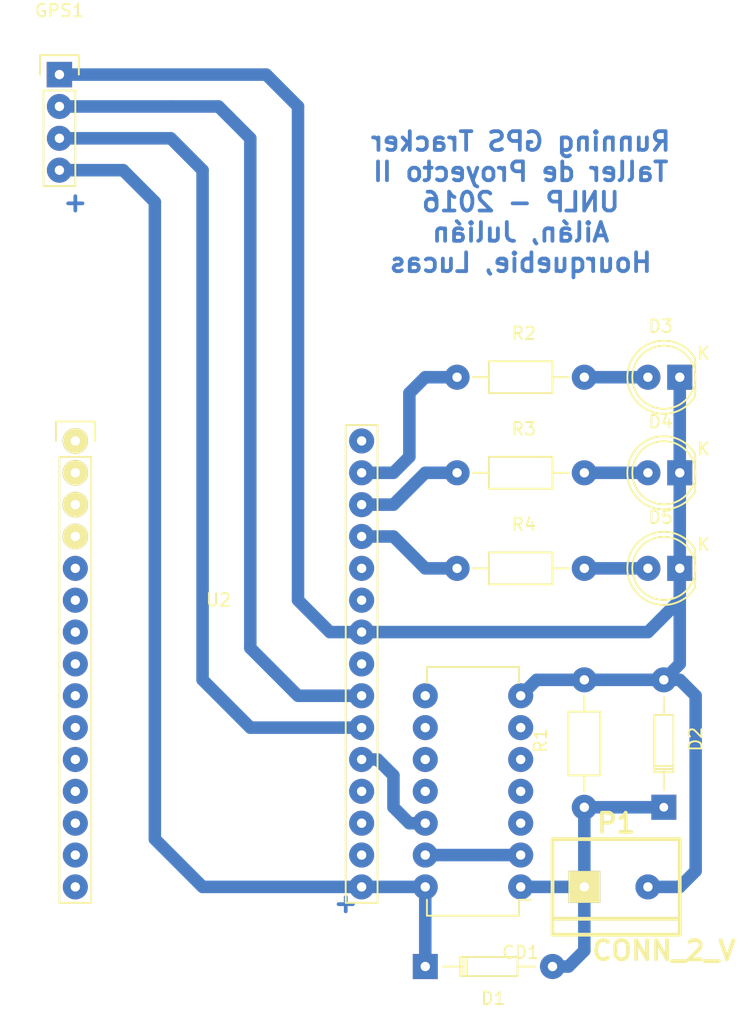
<source format=kicad_pcb>
(kicad_pcb (version 4) (host pcbnew 4.0.4+e1-6308~48~ubuntu16.04.1-stable)

  (general
    (links 25)
    (no_connects 0)
    (area 123.450952 62.505 182.426857 144.75)
    (thickness 1.6)
    (drawings 3)
    (tracks 72)
    (zones 0)
    (modules 13)
    (nets 44)
  )

  (page A4)
  (title_block
    (title "Sistema de seguimiento GPS")
    (date 2016-12-06)
    (rev 1.0)
    (company "Autores: Ailán, Julián - Hourquebie, Lucas")
    (comment 1 "Circuito impreso desarrollado para la cátedra de Taller de Proyecto II, UNLP.")
  )

  (layers
    (0 F.Cu signal)
    (31 B.Cu signal)
    (32 B.Adhes user)
    (33 F.Adhes user)
    (34 B.Paste user)
    (35 F.Paste user)
    (36 B.SilkS user)
    (37 F.SilkS user)
    (38 B.Mask user)
    (39 F.Mask user)
    (40 Dwgs.User user)
    (41 Cmts.User user)
    (42 Eco1.User user)
    (43 Eco2.User user)
    (44 Edge.Cuts user)
    (45 Margin user)
    (46 B.CrtYd user)
    (47 F.CrtYd user)
    (48 B.Fab user)
    (49 F.Fab user)
  )

  (setup
    (last_trace_width 1)
    (trace_clearance 0.2)
    (zone_clearance 0.508)
    (zone_45_only no)
    (trace_min 0.2)
    (segment_width 0.2)
    (edge_width 0.1)
    (via_size 0.6)
    (via_drill 0.4)
    (via_min_size 0.4)
    (via_min_drill 0.3)
    (uvia_size 0.3)
    (uvia_drill 0.1)
    (uvias_allowed no)
    (uvia_min_size 0.2)
    (uvia_min_drill 0.1)
    (pcb_text_width 0.3)
    (pcb_text_size 1.5 1.5)
    (mod_edge_width 0.15)
    (mod_text_size 1 1)
    (mod_text_width 0.15)
    (pad_size 2 2)
    (pad_drill 0.75)
    (pad_to_mask_clearance 0)
    (aux_axis_origin 0 0)
    (visible_elements FFFFFF7F)
    (pcbplotparams
      (layerselection 0x00000_80000001)
      (usegerberextensions false)
      (excludeedgelayer true)
      (linewidth 0.100000)
      (plotframeref false)
      (viasonmask false)
      (mode 1)
      (useauxorigin false)
      (hpglpennumber 1)
      (hpglpenspeed 20)
      (hpglpendiameter 15)
      (hpglpenoverlay 2)
      (psnegative false)
      (psa4output false)
      (plotreference true)
      (plotvalue true)
      (plotinvisibletext false)
      (padsonsilk false)
      (subtractmaskfromsilk false)
      (outputformat 4)
      (mirror false)
      (drillshape 1)
      (scaleselection 1)
      (outputdirectory ../../../plots/))
  )

  (net 0 "")
  (net 1 "Net-(CD1-Pad1)")
  (net 2 "Net-(CD1-Pad13)")
  (net 3 "Net-(CD1-Pad3)")
  (net 4 "Net-(CD1-Pad4)")
  (net 5 "Net-(CD1-Pad5)")
  (net 6 "Net-(CD1-Pad6)")
  (net 7 GND)
  (net 8 "Net-(CD1-Pad8)")
  (net 9 "Net-(CD1-Pad9)")
  (net 10 "Net-(CD1-Pad10)")
  (net 11 "Net-(CD1-Pad11)")
  (net 12 "Net-(CD1-Pad12)")
  (net 13 +3V3)
  (net 14 "Net-(D3-Pad2)")
  (net 15 "Net-(D4-Pad2)")
  (net 16 "Net-(D5-Pad2)")
  (net 17 "Net-(GPS1-Pad2)")
  (net 18 "Net-(GPS1-Pad3)")
  (net 19 "Net-(R2-Pad1)")
  (net 20 "Net-(R3-Pad1)")
  (net 21 "Net-(R4-Pad1)")
  (net 22 "Net-(U2-Pad1)")
  (net 23 "Net-(U2-Pad2)")
  (net 24 "Net-(U2-Pad3)")
  (net 25 "Net-(U2-Pad4)")
  (net 26 "Net-(U2-Pad5)")
  (net 27 "Net-(U2-Pad6)")
  (net 28 "Net-(U2-Pad7)")
  (net 29 "Net-(U2-Pad8)")
  (net 30 "Net-(U2-Pad9)")
  (net 31 "Net-(U2-Pad10)")
  (net 32 "Net-(U2-Pad11)")
  (net 33 "Net-(U2-Pad12)")
  (net 34 "Net-(U2-Pad13)")
  (net 35 "Net-(U2-Pad14)")
  (net 36 "Net-(U2-Pad15)")
  (net 37 "Net-(U2-Pad30)")
  (net 38 "Net-(U2-Pad18)")
  (net 39 "Net-(U2-Pad17)")
  (net 40 "Net-(U2-Pad19)")
  (net 41 "Net-(U2-Pad25)")
  (net 42 "Net-(U2-Pad26)")
  (net 43 "Net-(U2-Pad23)")

  (net_class Default "This is the default net class."
    (clearance 0.2)
    (trace_width 1)
    (via_dia 0.6)
    (via_drill 0.4)
    (uvia_dia 0.3)
    (uvia_drill 0.1)
    (add_net +3V3)
    (add_net GND)
    (add_net "Net-(CD1-Pad1)")
    (add_net "Net-(CD1-Pad10)")
    (add_net "Net-(CD1-Pad11)")
    (add_net "Net-(CD1-Pad12)")
    (add_net "Net-(CD1-Pad13)")
    (add_net "Net-(CD1-Pad3)")
    (add_net "Net-(CD1-Pad4)")
    (add_net "Net-(CD1-Pad5)")
    (add_net "Net-(CD1-Pad6)")
    (add_net "Net-(CD1-Pad8)")
    (add_net "Net-(CD1-Pad9)")
    (add_net "Net-(D3-Pad2)")
    (add_net "Net-(D4-Pad2)")
    (add_net "Net-(D5-Pad2)")
    (add_net "Net-(GPS1-Pad2)")
    (add_net "Net-(GPS1-Pad3)")
    (add_net "Net-(R2-Pad1)")
    (add_net "Net-(R3-Pad1)")
    (add_net "Net-(R4-Pad1)")
    (add_net "Net-(U2-Pad1)")
    (add_net "Net-(U2-Pad10)")
    (add_net "Net-(U2-Pad11)")
    (add_net "Net-(U2-Pad12)")
    (add_net "Net-(U2-Pad13)")
    (add_net "Net-(U2-Pad14)")
    (add_net "Net-(U2-Pad15)")
    (add_net "Net-(U2-Pad17)")
    (add_net "Net-(U2-Pad18)")
    (add_net "Net-(U2-Pad19)")
    (add_net "Net-(U2-Pad2)")
    (add_net "Net-(U2-Pad23)")
    (add_net "Net-(U2-Pad25)")
    (add_net "Net-(U2-Pad26)")
    (add_net "Net-(U2-Pad3)")
    (add_net "Net-(U2-Pad30)")
    (add_net "Net-(U2-Pad4)")
    (add_net "Net-(U2-Pad5)")
    (add_net "Net-(U2-Pad6)")
    (add_net "Net-(U2-Pad7)")
    (add_net "Net-(U2-Pad8)")
    (add_net "Net-(U2-Pad9)")
  )

  (module Housings_DIP:DIP-14_W7.62mm (layer F.Cu) (tedit 584320C9) (tstamp 58431173)
    (at 165.1 133.35 180)
    (descr "14-lead dip package, row spacing 7.62 mm (300 mils)")
    (tags "dil dip 2.54 300")
    (path /584391CF)
    (fp_text reference CD1 (at 0 -5.22 180) (layer F.SilkS)
      (effects (font (size 1 1) (thickness 0.15)))
    )
    (fp_text value CD40106 (at 0 -3.72 180) (layer F.Fab)
      (effects (font (size 1 1) (thickness 0.15)))
    )
    (fp_line (start -1.05 -2.45) (end -1.05 17.7) (layer F.CrtYd) (width 0.05))
    (fp_line (start 8.65 -2.45) (end 8.65 17.7) (layer F.CrtYd) (width 0.05))
    (fp_line (start -1.05 -2.45) (end 8.65 -2.45) (layer F.CrtYd) (width 0.05))
    (fp_line (start -1.05 17.7) (end 8.65 17.7) (layer F.CrtYd) (width 0.05))
    (fp_line (start 0.135 -2.295) (end 0.135 -1.025) (layer F.SilkS) (width 0.15))
    (fp_line (start 7.485 -2.295) (end 7.485 -1.025) (layer F.SilkS) (width 0.15))
    (fp_line (start 7.485 17.535) (end 7.485 16.265) (layer F.SilkS) (width 0.15))
    (fp_line (start 0.135 17.535) (end 0.135 16.265) (layer F.SilkS) (width 0.15))
    (fp_line (start 0.135 -2.295) (end 7.485 -2.295) (layer F.SilkS) (width 0.15))
    (fp_line (start 0.135 17.535) (end 7.485 17.535) (layer F.SilkS) (width 0.15))
    (fp_line (start 0.135 -1.025) (end -0.8 -1.025) (layer F.SilkS) (width 0.15))
    (pad 1 thru_hole circle (at 0 0 180) (size 2 2) (drill 0.75) (layers *.Cu *.Mask)
      (net 1 "Net-(CD1-Pad1)"))
    (pad 2 thru_hole circle (at 0 2.54 180) (size 2 2) (drill 0.75) (layers *.Cu *.Mask)
      (net 2 "Net-(CD1-Pad13)"))
    (pad 3 thru_hole circle (at 0 5.08 180) (size 2 2) (drill 0.75) (layers *.Cu *.Mask)
      (net 3 "Net-(CD1-Pad3)"))
    (pad 4 thru_hole circle (at 0 7.62 180) (size 2 2) (drill 0.75) (layers *.Cu *.Mask)
      (net 4 "Net-(CD1-Pad4)"))
    (pad 5 thru_hole circle (at 0 10.16 180) (size 2 2) (drill 0.75) (layers *.Cu *.Mask)
      (net 5 "Net-(CD1-Pad5)"))
    (pad 6 thru_hole circle (at 0 12.7 180) (size 2 2) (drill 0.75) (layers *.Cu *.Mask)
      (net 6 "Net-(CD1-Pad6)"))
    (pad 7 thru_hole circle (at 0 15.24 180) (size 2 2) (drill 0.75) (layers *.Cu *.Mask)
      (net 7 GND))
    (pad 8 thru_hole circle (at 7.62 15.24 180) (size 2 2) (drill 0.75) (layers *.Cu *.Mask)
      (net 8 "Net-(CD1-Pad8)"))
    (pad 9 thru_hole circle (at 7.62 12.7 180) (size 2 2) (drill 0.75) (layers *.Cu *.Mask)
      (net 9 "Net-(CD1-Pad9)"))
    (pad 10 thru_hole circle (at 7.62 10.16 180) (size 2 2) (drill 0.75) (layers *.Cu *.Mask)
      (net 10 "Net-(CD1-Pad10)"))
    (pad 11 thru_hole circle (at 7.62 7.62 180) (size 2 2) (drill 0.75) (layers *.Cu *.Mask)
      (net 11 "Net-(CD1-Pad11)"))
    (pad 12 thru_hole circle (at 7.62 5.08 180) (size 2 2) (drill 0.75) (layers *.Cu *.Mask)
      (net 12 "Net-(CD1-Pad12)"))
    (pad 13 thru_hole circle (at 7.62 2.54 180) (size 2 2) (drill 0.75) (layers *.Cu *.Mask)
      (net 2 "Net-(CD1-Pad13)"))
    (pad 14 thru_hole circle (at 7.62 0 180) (size 2 2) (drill 0.75) (layers *.Cu *.Mask)
      (net 13 +3V3))
    (model Housings_DIP.3dshapes/DIP-14_W7.62mm.wrl
      (at (xyz 0 0 0))
      (scale (xyz 1 1 1))
      (rotate (xyz 0 0 0))
    )
  )

  (module Diodes_ThroughHole:Diode_DO-35_SOD27_Horizontal_RM10 (layer F.Cu) (tedit 584320E4) (tstamp 58431179)
    (at 157.48 139.7)
    (descr "Diode, DO-35,  SOD27, Horizontal, RM 10mm")
    (tags "Diode, DO-35, SOD27, Horizontal, RM 10mm, 1N4148,")
    (path /582B508C)
    (fp_text reference D1 (at 5.43052 2.53746) (layer F.SilkS)
      (effects (font (size 1 1) (thickness 0.15)))
    )
    (fp_text value D (at 4.41452 -3.55854) (layer F.Fab)
      (effects (font (size 1 1) (thickness 0.15)))
    )
    (fp_line (start 7.36652 -0.00254) (end 8.76352 -0.00254) (layer F.SilkS) (width 0.15))
    (fp_line (start 2.92152 -0.00254) (end 1.39752 -0.00254) (layer F.SilkS) (width 0.15))
    (fp_line (start 3.30252 -0.76454) (end 3.30252 0.75946) (layer F.SilkS) (width 0.15))
    (fp_line (start 3.04852 -0.76454) (end 3.04852 0.75946) (layer F.SilkS) (width 0.15))
    (fp_line (start 2.79452 -0.00254) (end 2.79452 0.75946) (layer F.SilkS) (width 0.15))
    (fp_line (start 2.79452 0.75946) (end 7.36652 0.75946) (layer F.SilkS) (width 0.15))
    (fp_line (start 7.36652 0.75946) (end 7.36652 -0.76454) (layer F.SilkS) (width 0.15))
    (fp_line (start 7.36652 -0.76454) (end 2.79452 -0.76454) (layer F.SilkS) (width 0.15))
    (fp_line (start 2.79452 -0.76454) (end 2.79452 -0.00254) (layer F.SilkS) (width 0.15))
    (pad 2 thru_hole circle (at 10.16052 -0.00254) (size 2 2) (drill 0.75) (layers *.Cu *.Mask)
      (net 1 "Net-(CD1-Pad1)"))
    (pad 1 thru_hole rect (at 0.00052 -0.00254 180) (size 2 2) (drill 0.75) (layers *.Cu *.Mask)
      (net 13 +3V3))
    (model Diodes_ThroughHole.3dshapes/Diode_DO-35_SOD27_Horizontal_RM10.wrl
      (at (xyz 0.2 0 0))
      (scale (xyz 0.4 0.4 0.4))
      (rotate (xyz 0 0 180))
    )
  )

  (module Diodes_ThroughHole:Diode_DO-35_SOD27_Horizontal_RM10 (layer F.Cu) (tedit 58432134) (tstamp 5843117F)
    (at 176.53 127 90)
    (descr "Diode, DO-35,  SOD27, Horizontal, RM 10mm")
    (tags "Diode, DO-35, SOD27, Horizontal, RM 10mm, 1N4148,")
    (path /582B5019)
    (fp_text reference D2 (at 5.43052 2.53746 90) (layer F.SilkS)
      (effects (font (size 1 1) (thickness 0.15)))
    )
    (fp_text value D (at 4.41452 -3.55854 90) (layer F.Fab)
      (effects (font (size 1 1) (thickness 0.15)))
    )
    (fp_line (start 7.36652 -0.00254) (end 8.76352 -0.00254) (layer F.SilkS) (width 0.15))
    (fp_line (start 2.92152 -0.00254) (end 1.39752 -0.00254) (layer F.SilkS) (width 0.15))
    (fp_line (start 3.30252 -0.76454) (end 3.30252 0.75946) (layer F.SilkS) (width 0.15))
    (fp_line (start 3.04852 -0.76454) (end 3.04852 0.75946) (layer F.SilkS) (width 0.15))
    (fp_line (start 2.79452 -0.00254) (end 2.79452 0.75946) (layer F.SilkS) (width 0.15))
    (fp_line (start 2.79452 0.75946) (end 7.36652 0.75946) (layer F.SilkS) (width 0.15))
    (fp_line (start 7.36652 0.75946) (end 7.36652 -0.76454) (layer F.SilkS) (width 0.15))
    (fp_line (start 7.36652 -0.76454) (end 2.79452 -0.76454) (layer F.SilkS) (width 0.15))
    (fp_line (start 2.79452 -0.76454) (end 2.79452 -0.00254) (layer F.SilkS) (width 0.15))
    (pad 2 thru_hole circle (at 10.16052 -0.00254 90) (size 2 2) (drill 0.75) (layers *.Cu *.Mask)
      (net 7 GND))
    (pad 1 thru_hole rect (at 0.00052 -0.00254 270) (size 2 2) (drill 0.70104) (layers *.Cu *.Mask)
      (net 1 "Net-(CD1-Pad1)"))
    (model Diodes_ThroughHole.3dshapes/Diode_DO-35_SOD27_Horizontal_RM10.wrl
      (at (xyz 0.2 0 0))
      (scale (xyz 0.4 0.4 0.4))
      (rotate (xyz 0 0 180))
    )
  )

  (module LEDs:LED-5MM (layer F.Cu) (tedit 58432021) (tstamp 58431185)
    (at 177.8 92.71 180)
    (descr "LED 5mm round vertical")
    (tags "LED 5mm round vertical")
    (path /5842FDFC)
    (fp_text reference D3 (at 1.524 4.064 180) (layer F.SilkS)
      (effects (font (size 1 1) (thickness 0.15)))
    )
    (fp_text value LED (at 1.524 -3.937 180) (layer F.Fab)
      (effects (font (size 1 1) (thickness 0.15)))
    )
    (fp_line (start -1.5 -1.55) (end -1.5 1.55) (layer F.CrtYd) (width 0.05))
    (fp_arc (start 1.3 0) (end -1.5 1.55) (angle -302) (layer F.CrtYd) (width 0.05))
    (fp_arc (start 1.27 0) (end -1.23 -1.5) (angle 297.5) (layer F.SilkS) (width 0.15))
    (fp_line (start -1.23 1.5) (end -1.23 -1.5) (layer F.SilkS) (width 0.15))
    (fp_circle (center 1.27 0) (end 0.97 -2.5) (layer F.SilkS) (width 0.15))
    (fp_text user K (at -1.905 1.905 180) (layer F.SilkS)
      (effects (font (size 1 1) (thickness 0.15)))
    )
    (pad 1 thru_hole rect (at 0 0 270) (size 2 2) (drill 0.75) (layers *.Cu *.Mask)
      (net 7 GND))
    (pad 2 thru_hole circle (at 2.54 0 180) (size 2 2) (drill 0.75) (layers *.Cu *.Mask)
      (net 14 "Net-(D3-Pad2)"))
    (model LEDs.3dshapes/LED-5MM.wrl
      (at (xyz 0.05 0 0))
      (scale (xyz 1 1 1))
      (rotate (xyz 0 0 90))
    )
  )

  (module LEDs:LED-5MM (layer F.Cu) (tedit 58432039) (tstamp 5843118B)
    (at 177.8 100.33 180)
    (descr "LED 5mm round vertical")
    (tags "LED 5mm round vertical")
    (path /5842FD99)
    (fp_text reference D4 (at 1.524 4.064 180) (layer F.SilkS)
      (effects (font (size 1 1) (thickness 0.15)))
    )
    (fp_text value LED (at 1.524 -3.937 180) (layer F.Fab)
      (effects (font (size 1 1) (thickness 0.15)))
    )
    (fp_line (start -1.5 -1.55) (end -1.5 1.55) (layer F.CrtYd) (width 0.05))
    (fp_arc (start 1.3 0) (end -1.5 1.55) (angle -302) (layer F.CrtYd) (width 0.05))
    (fp_arc (start 1.27 0) (end -1.23 -1.5) (angle 297.5) (layer F.SilkS) (width 0.15))
    (fp_line (start -1.23 1.5) (end -1.23 -1.5) (layer F.SilkS) (width 0.15))
    (fp_circle (center 1.27 0) (end 0.97 -2.5) (layer F.SilkS) (width 0.15))
    (fp_text user K (at -1.905 1.905 180) (layer F.SilkS)
      (effects (font (size 1 1) (thickness 0.15)))
    )
    (pad 1 thru_hole rect (at 0 0 270) (size 2 2) (drill 0.75) (layers *.Cu *.Mask)
      (net 7 GND))
    (pad 2 thru_hole circle (at 2.54 0 180) (size 2 2) (drill 0.75) (layers *.Cu *.Mask)
      (net 15 "Net-(D4-Pad2)"))
    (model LEDs.3dshapes/LED-5MM.wrl
      (at (xyz 0.05 0 0))
      (scale (xyz 1 1 1))
      (rotate (xyz 0 0 90))
    )
  )

  (module LEDs:LED-5MM (layer F.Cu) (tedit 5843277B) (tstamp 58431191)
    (at 177.8 107.95 180)
    (descr "LED 5mm round vertical")
    (tags "LED 5mm round vertical")
    (path /5843027B)
    (fp_text reference D5 (at 1.524 4.064 180) (layer F.SilkS)
      (effects (font (size 1 1) (thickness 0.15)))
    )
    (fp_text value LED (at 1.524 -3.937 180) (layer F.Fab)
      (effects (font (size 1 1) (thickness 0.15)))
    )
    (fp_line (start -1.5 -1.55) (end -1.5 1.55) (layer F.CrtYd) (width 0.05))
    (fp_arc (start 1.3 0) (end -1.5 1.55) (angle -302) (layer F.CrtYd) (width 0.05))
    (fp_arc (start 1.27 0) (end -1.23 -1.5) (angle 297.5) (layer F.SilkS) (width 0.15))
    (fp_line (start -1.23 1.5) (end -1.23 -1.5) (layer F.SilkS) (width 0.15))
    (fp_circle (center 1.27 0) (end 0.97 -2.5) (layer F.SilkS) (width 0.15))
    (fp_text user K (at -1.905 1.905 180) (layer F.SilkS)
      (effects (font (size 1 1) (thickness 0.15)))
    )
    (pad 1 thru_hole rect (at 0 0 270) (size 2 2) (drill 0.75) (layers *.Cu *.Mask)
      (net 7 GND))
    (pad 2 thru_hole circle (at 2.54 0 180) (size 2 2) (drill 0.75) (layers *.Cu *.Mask)
      (net 16 "Net-(D5-Pad2)"))
    (model LEDs.3dshapes/LED-5MM.wrl
      (at (xyz 0.05 0 0))
      (scale (xyz 1 1 1))
      (rotate (xyz 0 0 90))
    )
  )

  (module Pin_Headers:Pin_Header_Straight_1x04 (layer F.Cu) (tedit 584321D6) (tstamp 58431199)
    (at 128.27 68.58)
    (descr "Through hole pin header")
    (tags "pin header")
    (path /582E5072)
    (fp_text reference GPS1 (at 0 -5.1) (layer F.SilkS)
      (effects (font (size 1 1) (thickness 0.15)))
    )
    (fp_text value uBloxNeo6m (at 0 -3.1) (layer F.Fab)
      (effects (font (size 1 1) (thickness 0.15)))
    )
    (fp_line (start -1.75 -1.75) (end -1.75 9.4) (layer F.CrtYd) (width 0.05))
    (fp_line (start 1.75 -1.75) (end 1.75 9.4) (layer F.CrtYd) (width 0.05))
    (fp_line (start -1.75 -1.75) (end 1.75 -1.75) (layer F.CrtYd) (width 0.05))
    (fp_line (start -1.75 9.4) (end 1.75 9.4) (layer F.CrtYd) (width 0.05))
    (fp_line (start -1.27 1.27) (end -1.27 8.89) (layer F.SilkS) (width 0.15))
    (fp_line (start 1.27 1.27) (end 1.27 8.89) (layer F.SilkS) (width 0.15))
    (fp_line (start 1.55 -1.55) (end 1.55 0) (layer F.SilkS) (width 0.15))
    (fp_line (start -1.27 8.89) (end 1.27 8.89) (layer F.SilkS) (width 0.15))
    (fp_line (start 1.27 1.27) (end -1.27 1.27) (layer F.SilkS) (width 0.15))
    (fp_line (start -1.55 0) (end -1.55 -1.55) (layer F.SilkS) (width 0.15))
    (fp_line (start -1.55 -1.55) (end 1.55 -1.55) (layer F.SilkS) (width 0.15))
    (pad 1 thru_hole rect (at 0 0) (size 2.032 2.032) (drill 0.75) (layers *.Cu *.Mask)
      (net 7 GND))
    (pad 2 thru_hole circle (at 0 2.54) (size 2 2) (drill 0.75) (layers *.Cu *.Mask)
      (net 17 "Net-(GPS1-Pad2)"))
    (pad 3 thru_hole circle (at 0 5.08) (size 2 2) (drill 0.75) (layers *.Cu *.Mask)
      (net 18 "Net-(GPS1-Pad3)"))
    (pad 4 thru_hole circle (at 0 7.62) (size 2 2) (drill 0.75) (layers *.Cu *.Mask)
      (net 13 +3V3))
    (model Pin_Headers.3dshapes/Pin_Header_Straight_1x04.wrl
      (at (xyz 0 -0.15 0))
      (scale (xyz 1 1 1))
      (rotate (xyz 0 0 90))
    )
  )

  (module borniers:bornier2_V (layer F.Cu) (tedit 58471760) (tstamp 5843119F)
    (at 172.72 133.35)
    (descr "Bornier d'alimentation 2 pins")
    (tags DEV)
    (path /582B542A)
    (fp_text reference P1 (at 0 -5.08) (layer F.SilkS)
      (effects (font (thickness 0.3048)))
    )
    (fp_text value CONN_2_V (at 3.81 5.08) (layer F.SilkS)
      (effects (font (thickness 0.3048)))
    )
    (fp_line (start 5.08 2.54) (end -5.08 2.54) (layer F.SilkS) (width 0.3048))
    (fp_line (start 5.08 3.81) (end 5.08 -3.81) (layer F.SilkS) (width 0.3048))
    (fp_line (start 5.08 -3.81) (end -5.08 -3.81) (layer F.SilkS) (width 0.3048))
    (fp_line (start -5.08 -3.81) (end -5.08 3.81) (layer F.SilkS) (width 0.3048))
    (fp_line (start -5.08 3.81) (end 5.08 3.81) (layer F.SilkS) (width 0.3048))
    (pad 1 thru_hole rect (at -2.54 0) (size 2.54 2.54) (drill 0.75) (layers *.Cu *.Mask F.SilkS)
      (net 1 "Net-(CD1-Pad1)"))
    (pad 2 thru_hole circle (at 2.54 0) (size 2 2) (drill 0.75) (layers *.Cu *.Mask)
      (net 7 GND))
    (model borniers/bornier_2.wrl
      (at (xyz 0 0 0))
      (scale (xyz 1 1 1))
      (rotate (xyz 0 0 0))
    )
  )

  (module Resistors_ThroughHole:Resistor_Horizontal_RM10mm (layer F.Cu) (tedit 5843212E) (tstamp 584311A5)
    (at 170.18 127 90)
    (descr "Resistor, Axial,  RM 10mm, 1/3W")
    (tags "Resistor Axial RM 10mm 1/3W")
    (path /582B50E3)
    (fp_text reference R1 (at 5.32892 -3.50012 90) (layer F.SilkS)
      (effects (font (size 1 1) (thickness 0.15)))
    )
    (fp_text value R (at 5.08 3.81 90) (layer F.Fab)
      (effects (font (size 1 1) (thickness 0.15)))
    )
    (fp_line (start -1.25 -1.5) (end 11.4 -1.5) (layer F.CrtYd) (width 0.05))
    (fp_line (start -1.25 1.5) (end -1.25 -1.5) (layer F.CrtYd) (width 0.05))
    (fp_line (start 11.4 -1.5) (end 11.4 1.5) (layer F.CrtYd) (width 0.05))
    (fp_line (start -1.25 1.5) (end 11.4 1.5) (layer F.CrtYd) (width 0.05))
    (fp_line (start 2.54 -1.27) (end 7.62 -1.27) (layer F.SilkS) (width 0.15))
    (fp_line (start 7.62 -1.27) (end 7.62 1.27) (layer F.SilkS) (width 0.15))
    (fp_line (start 7.62 1.27) (end 2.54 1.27) (layer F.SilkS) (width 0.15))
    (fp_line (start 2.54 1.27) (end 2.54 -1.27) (layer F.SilkS) (width 0.15))
    (fp_line (start 2.54 0) (end 1.27 0) (layer F.SilkS) (width 0.15))
    (fp_line (start 7.62 0) (end 8.89 0) (layer F.SilkS) (width 0.15))
    (pad 1 thru_hole circle (at 0 0 90) (size 2 2) (drill 0.75) (layers *.Cu *.Mask)
      (net 1 "Net-(CD1-Pad1)"))
    (pad 2 thru_hole circle (at 10.16 0 90) (size 2 2) (drill 0.75) (layers *.Cu *.Mask)
      (net 7 GND))
    (model Resistors_ThroughHole.3dshapes/Resistor_Horizontal_RM10mm.wrl
      (at (xyz 0.2 0 0))
      (scale (xyz 0.4 0.4 0.4))
      (rotate (xyz 0 0 0))
    )
  )

  (module Resistors_ThroughHole:Resistor_Horizontal_RM10mm (layer F.Cu) (tedit 584321AA) (tstamp 584311AB)
    (at 160.02 92.71)
    (descr "Resistor, Axial,  RM 10mm, 1/3W")
    (tags "Resistor Axial RM 10mm 1/3W")
    (path /5842FF8A)
    (fp_text reference R2 (at 5.32892 -3.50012) (layer F.SilkS)
      (effects (font (size 1 1) (thickness 0.15)))
    )
    (fp_text value R (at 5.08 3.81) (layer F.Fab)
      (effects (font (size 1 1) (thickness 0.15)))
    )
    (fp_line (start -1.25 -1.5) (end 11.4 -1.5) (layer F.CrtYd) (width 0.05))
    (fp_line (start -1.25 1.5) (end -1.25 -1.5) (layer F.CrtYd) (width 0.05))
    (fp_line (start 11.4 -1.5) (end 11.4 1.5) (layer F.CrtYd) (width 0.05))
    (fp_line (start -1.25 1.5) (end 11.4 1.5) (layer F.CrtYd) (width 0.05))
    (fp_line (start 2.54 -1.27) (end 7.62 -1.27) (layer F.SilkS) (width 0.15))
    (fp_line (start 7.62 -1.27) (end 7.62 1.27) (layer F.SilkS) (width 0.15))
    (fp_line (start 7.62 1.27) (end 2.54 1.27) (layer F.SilkS) (width 0.15))
    (fp_line (start 2.54 1.27) (end 2.54 -1.27) (layer F.SilkS) (width 0.15))
    (fp_line (start 2.54 0) (end 1.27 0) (layer F.SilkS) (width 0.15))
    (fp_line (start 7.62 0) (end 8.89 0) (layer F.SilkS) (width 0.15))
    (pad 1 thru_hole circle (at 0 0) (size 2 2) (drill 0.75) (layers *.Cu *.Mask)
      (net 19 "Net-(R2-Pad1)"))
    (pad 2 thru_hole circle (at 10.16 0) (size 2 2) (drill 0.75) (layers *.Cu *.Mask)
      (net 14 "Net-(D3-Pad2)"))
    (model Resistors_ThroughHole.3dshapes/Resistor_Horizontal_RM10mm.wrl
      (at (xyz 0.2 0 0))
      (scale (xyz 0.4 0.4 0.4))
      (rotate (xyz 0 0 0))
    )
  )

  (module Resistors_ThroughHole:Resistor_Horizontal_RM10mm (layer F.Cu) (tedit 5843219D) (tstamp 584311B1)
    (at 160.02 100.33)
    (descr "Resistor, Axial,  RM 10mm, 1/3W")
    (tags "Resistor Axial RM 10mm 1/3W")
    (path /5842FF4B)
    (fp_text reference R3 (at 5.32892 -3.50012) (layer F.SilkS)
      (effects (font (size 1 1) (thickness 0.15)))
    )
    (fp_text value R (at 5.08 3.81) (layer F.Fab)
      (effects (font (size 1 1) (thickness 0.15)))
    )
    (fp_line (start -1.25 -1.5) (end 11.4 -1.5) (layer F.CrtYd) (width 0.05))
    (fp_line (start -1.25 1.5) (end -1.25 -1.5) (layer F.CrtYd) (width 0.05))
    (fp_line (start 11.4 -1.5) (end 11.4 1.5) (layer F.CrtYd) (width 0.05))
    (fp_line (start -1.25 1.5) (end 11.4 1.5) (layer F.CrtYd) (width 0.05))
    (fp_line (start 2.54 -1.27) (end 7.62 -1.27) (layer F.SilkS) (width 0.15))
    (fp_line (start 7.62 -1.27) (end 7.62 1.27) (layer F.SilkS) (width 0.15))
    (fp_line (start 7.62 1.27) (end 2.54 1.27) (layer F.SilkS) (width 0.15))
    (fp_line (start 2.54 1.27) (end 2.54 -1.27) (layer F.SilkS) (width 0.15))
    (fp_line (start 2.54 0) (end 1.27 0) (layer F.SilkS) (width 0.15))
    (fp_line (start 7.62 0) (end 8.89 0) (layer F.SilkS) (width 0.15))
    (pad 1 thru_hole circle (at 0 0) (size 2 2) (drill 0.75) (layers *.Cu *.Mask)
      (net 20 "Net-(R3-Pad1)"))
    (pad 2 thru_hole circle (at 10.16 0) (size 2 2) (drill 0.75) (layers *.Cu *.Mask)
      (net 15 "Net-(D4-Pad2)"))
    (model Resistors_ThroughHole.3dshapes/Resistor_Horizontal_RM10mm.wrl
      (at (xyz 0.2 0 0))
      (scale (xyz 0.4 0.4 0.4))
      (rotate (xyz 0 0 0))
    )
  )

  (module Resistors_ThroughHole:Resistor_Horizontal_RM10mm (layer F.Cu) (tedit 58432186) (tstamp 584311B7)
    (at 160.02 107.95)
    (descr "Resistor, Axial,  RM 10mm, 1/3W")
    (tags "Resistor Axial RM 10mm 1/3W")
    (path /5842FEC6)
    (fp_text reference R4 (at 5.32892 -3.50012) (layer F.SilkS)
      (effects (font (size 1 1) (thickness 0.15)))
    )
    (fp_text value R (at 5.08 3.81) (layer F.Fab)
      (effects (font (size 1 1) (thickness 0.15)))
    )
    (fp_line (start -1.25 -1.5) (end 11.4 -1.5) (layer F.CrtYd) (width 0.05))
    (fp_line (start -1.25 1.5) (end -1.25 -1.5) (layer F.CrtYd) (width 0.05))
    (fp_line (start 11.4 -1.5) (end 11.4 1.5) (layer F.CrtYd) (width 0.05))
    (fp_line (start -1.25 1.5) (end 11.4 1.5) (layer F.CrtYd) (width 0.05))
    (fp_line (start 2.54 -1.27) (end 7.62 -1.27) (layer F.SilkS) (width 0.15))
    (fp_line (start 7.62 -1.27) (end 7.62 1.27) (layer F.SilkS) (width 0.15))
    (fp_line (start 7.62 1.27) (end 2.54 1.27) (layer F.SilkS) (width 0.15))
    (fp_line (start 2.54 1.27) (end 2.54 -1.27) (layer F.SilkS) (width 0.15))
    (fp_line (start 2.54 0) (end 1.27 0) (layer F.SilkS) (width 0.15))
    (fp_line (start 7.62 0) (end 8.89 0) (layer F.SilkS) (width 0.15))
    (pad 1 thru_hole circle (at 0 0) (size 2 2) (drill 0.75) (layers *.Cu *.Mask)
      (net 21 "Net-(R4-Pad1)"))
    (pad 2 thru_hole circle (at 10.16 0) (size 2 2) (drill 0.75) (layers *.Cu *.Mask)
      (net 16 "Net-(D5-Pad2)"))
    (model Resistors_ThroughHole.3dshapes/Resistor_Horizontal_RM10mm.wrl
      (at (xyz 0.2 0 0))
      (scale (xyz 0.4 0.4 0.4))
      (rotate (xyz 0 0 0))
    )
  )

  (module NodeMCU:NodeMCU_Amica_R2 (layer F.Cu) (tedit 5843275A) (tstamp 584311D9)
    (at 129.54 97.79)
    (descr "Through-hole-mounted NodeMCU 0.9")
    (tags nodemcu)
    (path /582B4FE1)
    (fp_text reference U2 (at 11.43 12.68) (layer F.SilkS)
      (effects (font (size 1 1) (thickness 0.15)))
    )
    (fp_text value NodeMCU_Amica_R2 (at 11.43 45.085) (layer F.Fab)
      (effects (font (size 2 2) (thickness 0.15)))
    )
    (fp_circle (center 0.108949 -4.318) (end 1.378949 -3.048) (layer F.CrtYd) (width 0.15))
    (fp_line (start 15.24 37.465) (end 15.24 42.545) (layer F.CrtYd) (width 0.15))
    (fp_line (start 7.62 37.465) (end 15.24 37.465) (layer F.CrtYd) (width 0.15))
    (fp_line (start 7.62 42.545) (end 7.62 37.465) (layer F.CrtYd) (width 0.15))
    (fp_line (start -1.905 42.545) (end -1.905 -6.35) (layer F.CrtYd) (width 0.15))
    (fp_line (start 24.765 42.545) (end -1.905 42.545) (layer F.CrtYd) (width 0.15))
    (fp_line (start 24.765 -6.35) (end 24.765 42.545) (layer F.CrtYd) (width 0.15))
    (fp_line (start -1.905 -6.35) (end 24.765 -6.35) (layer F.CrtYd) (width 0.15))
    (fp_line (start -1.27 1.27) (end -1.27 36.83) (layer F.SilkS) (width 0.15))
    (fp_line (start -1.27 36.83) (end 1.27 36.83) (layer F.SilkS) (width 0.15))
    (fp_line (start 1.27 36.83) (end 1.27 1.27) (layer F.SilkS) (width 0.15))
    (fp_line (start 1.55 -1.55) (end 1.55 0) (layer F.SilkS) (width 0.15))
    (fp_line (start 1.27 1.27) (end -1.27 1.27) (layer F.SilkS) (width 0.15))
    (fp_line (start -1.55 0) (end -1.55 -1.55) (layer F.SilkS) (width 0.15))
    (fp_line (start -1.55 -1.55) (end 1.55 -1.55) (layer F.SilkS) (width 0.15))
    (fp_line (start 21.59 36.83) (end 24.13 36.83) (layer F.SilkS) (width 0.15))
    (fp_line (start 21.59 -1.27) (end 21.59 36.83) (layer F.SilkS) (width 0.15))
    (fp_line (start 24.13 -1.27) (end 21.59 -1.27) (layer F.SilkS) (width 0.15))
    (fp_line (start 24.13 36.83) (end 24.13 -1.27) (layer F.SilkS) (width 0.15))
    (fp_circle (center 22.733 -4.318) (end 24.003 -3.048) (layer F.CrtYd) (width 0.15))
    (fp_circle (center 22.733 40.513) (end 24.003 41.783) (layer F.CrtYd) (width 0.15))
    (fp_circle (center 0.127 40.513) (end 1.397 41.783) (layer F.CrtYd) (width 0.15))
    (pad 1 thru_hole circle (at 0 0) (size 2.032 2.032) (drill 0.75) (layers *.Cu *.Mask F.SilkS)
      (net 22 "Net-(U2-Pad1)"))
    (pad 2 thru_hole circle (at 0 2.54) (size 2.032 2.032) (drill 0.75) (layers *.Cu *.Mask F.SilkS)
      (net 23 "Net-(U2-Pad2)"))
    (pad 3 thru_hole circle (at 0 5.08) (size 2.032 2.032) (drill 0.75) (layers *.Cu *.Mask F.SilkS)
      (net 24 "Net-(U2-Pad3)"))
    (pad 4 thru_hole circle (at 0 7.62) (size 2.032 2.032) (drill 0.75) (layers *.Cu *.Mask F.SilkS)
      (net 25 "Net-(U2-Pad4)"))
    (pad 5 thru_hole circle (at 0 10.16) (size 2 2) (drill 0.75) (layers *.Cu *.Mask)
      (net 26 "Net-(U2-Pad5)"))
    (pad 6 thru_hole circle (at 0 12.7) (size 2 2) (drill 0.75) (layers *.Cu *.Mask)
      (net 27 "Net-(U2-Pad6)"))
    (pad 7 thru_hole circle (at 0 15.24) (size 2 2) (drill 0.75) (layers *.Cu *.Mask)
      (net 28 "Net-(U2-Pad7)"))
    (pad 8 thru_hole circle (at 0 17.78) (size 2 2) (drill 0.75) (layers *.Cu *.Mask)
      (net 29 "Net-(U2-Pad8)"))
    (pad 9 thru_hole circle (at 0 20.32) (size 2 2) (drill 0.75) (layers *.Cu *.Mask)
      (net 30 "Net-(U2-Pad9)"))
    (pad 10 thru_hole circle (at 0 22.86) (size 2 2) (drill 0.75) (layers *.Cu *.Mask)
      (net 31 "Net-(U2-Pad10)"))
    (pad 11 thru_hole circle (at 0 25.4) (size 2 2) (drill 0.75) (layers *.Cu *.Mask)
      (net 32 "Net-(U2-Pad11)"))
    (pad 12 thru_hole circle (at 0 27.94) (size 2 2) (drill 0.75) (layers *.Cu *.Mask)
      (net 33 "Net-(U2-Pad12)"))
    (pad 13 thru_hole circle (at 0 30.48) (size 2 2) (drill 0.75) (layers *.Cu *.Mask)
      (net 34 "Net-(U2-Pad13)"))
    (pad 14 thru_hole circle (at 0 33.02) (size 2 2) (drill 0.75) (layers *.Cu *.Mask)
      (net 35 "Net-(U2-Pad14)"))
    (pad 15 thru_hole circle (at 0 35.56) (size 2 2) (drill 0.75) (layers *.Cu *.Mask)
      (net 36 "Net-(U2-Pad15)"))
    (pad 30 thru_hole circle (at 22.86 0) (size 2 2) (drill 0.75) (layers *.Cu *.Mask)
      (net 37 "Net-(U2-Pad30)"))
    (pad 18 thru_hole circle (at 22.86 30.48) (size 2 2) (drill 0.75) (layers *.Cu *.Mask)
      (net 38 "Net-(U2-Pad18)"))
    (pad 17 thru_hole circle (at 22.86 33.02) (size 2 2) (drill 0.75) (layers *.Cu *.Mask)
      (net 39 "Net-(U2-Pad17)"))
    (pad 19 thru_hole circle (at 22.86 27.94) (size 2 2) (drill 0.75) (layers *.Cu *.Mask)
      (net 40 "Net-(U2-Pad19)"))
    (pad 25 thru_hole circle (at 22.86 12.7) (size 2 2) (drill 0.75) (layers *.Cu *.Mask)
      (net 41 "Net-(U2-Pad25)"))
    (pad 26 thru_hole circle (at 22.86 10.16) (size 2 2) (drill 0.75) (layers *.Cu *.Mask)
      (net 42 "Net-(U2-Pad26)"))
    (pad 24 thru_hole circle (at 22.86 15.24) (size 2 2) (drill 0.75) (layers *.Cu *.Mask)
      (net 7 GND))
    (pad 16 thru_hole circle (at 22.86 35.56) (size 2 2) (drill 0.75) (layers *.Cu *.Mask)
      (net 13 +3V3))
    (pad 22 thru_hole circle (at 22.86 20.32) (size 2 2) (drill 0.75) (layers *.Cu *.Mask)
      (net 17 "Net-(GPS1-Pad2)"))
    (pad 23 thru_hole circle (at 22.86 17.78) (size 2 2) (drill 0.75) (layers *.Cu *.Mask)
      (net 43 "Net-(U2-Pad23)"))
    (pad 21 thru_hole circle (at 22.86 22.86) (size 2 2) (drill 0.75) (layers *.Cu *.Mask)
      (net 18 "Net-(GPS1-Pad3)"))
    (pad 20 thru_hole circle (at 22.86 25.4) (size 2 2) (drill 0.75) (layers *.Cu *.Mask)
      (net 12 "Net-(CD1-Pad12)"))
    (pad 28 thru_hole circle (at 22.86 5.08) (size 2 2) (drill 0.75) (layers *.Cu *.Mask)
      (net 20 "Net-(R3-Pad1)"))
    (pad 27 thru_hole circle (at 22.86 7.62) (size 2 2) (drill 0.75) (layers *.Cu *.Mask)
      (net 21 "Net-(R4-Pad1)"))
    (pad 29 thru_hole circle (at 22.86 2.54) (size 2 2) (drill 0.75) (layers *.Cu *.Mask)
      (net 19 "Net-(R2-Pad1)"))
  )

  (gr_text + (at 129.54 78.74) (layer B.Cu)
    (effects (font (size 1.5 1.5) (thickness 0.3)))
  )
  (gr_text + (at 151.13 134.62) (layer B.Cu)
    (effects (font (size 1.5 1.5) (thickness 0.3)))
  )
  (gr_text "Running GPS Tracker\nTaller de Proyecto II\nUNLP - 2016\nAilán, Julián\nHourquebie, Lucas" (at 165.1 78.74) (layer B.Cu)
    (effects (font (size 1.5 1.5) (thickness 0.3)) (justify mirror))
  )

  (segment (start 170.18 133.35) (end 170.18 138.43) (width 1) (layer B.Cu) (net 1))
  (segment (start 168.91 139.7) (end 170.18 138.43) (width 1) (layer B.Cu) (net 1) (tstamp 58431A56))
  (segment (start 168.91 139.7) (end 167.64306 139.7) (width 1) (layer B.Cu) (net 1) (tstamp 58431A55))
  (segment (start 167.64052 139.69746) (end 167.64306 139.7) (width 1) (layer B.Cu) (net 1))
  (segment (start 176.52746 126.99948) (end 176.52694 127) (width 1) (layer B.Cu) (net 1))
  (segment (start 176.52694 127) (end 170.18 127) (width 1) (layer B.Cu) (net 1) (tstamp 58431A4B))
  (segment (start 176.52746 126.99948) (end 176.53 126.99694) (width 1) (layer B.Cu) (net 1))
  (segment (start 170.18 133.35) (end 165.1 133.35) (width 1) (layer B.Cu) (net 1))
  (segment (start 170.18 127) (end 170.18 133.35) (width 1) (layer B.Cu) (net 1))
  (segment (start 157.48 130.81) (end 165.1 130.81) (width 1) (layer B.Cu) (net 2))
  (segment (start 177.8 107.95) (end 177.8 110.49) (width 1) (layer B.Cu) (net 7))
  (segment (start 177.8 107.95) (end 177.8 100.33) (width 1) (layer B.Cu) (net 7))
  (segment (start 177.8 92.71) (end 177.8 100.33) (width 1) (layer B.Cu) (net 7))
  (segment (start 175.26 133.35) (end 177.8 133.35) (width 1) (layer B.Cu) (net 7))
  (segment (start 177.8 116.84) (end 176.52798 116.84) (width 1) (layer B.Cu) (net 7) (tstamp 58431A50))
  (segment (start 179.07 118.11) (end 177.8 116.84) (width 1) (layer B.Cu) (net 7) (tstamp 58431A4F))
  (segment (start 179.07 132.08) (end 179.07 118.11) (width 1) (layer B.Cu) (net 7) (tstamp 58431A4E))
  (segment (start 177.8 133.35) (end 179.07 132.08) (width 1) (layer B.Cu) (net 7) (tstamp 58431A4D))
  (segment (start 176.52798 116.84) (end 176.52746 116.83948) (width 1) (layer B.Cu) (net 7) (tstamp 58431A51))
  (segment (start 147.32 110.49) (end 147.32 71.12) (width 1) (layer B.Cu) (net 7))
  (segment (start 149.86 113.03) (end 147.32 110.49) (width 1) (layer B.Cu) (net 7) (tstamp 58431922))
  (segment (start 152.4 113.03) (end 149.86 113.03) (width 1) (layer B.Cu) (net 7))
  (segment (start 144.78 68.58) (end 128.27 68.58) (width 1) (layer B.Cu) (net 7) (tstamp 58431927))
  (segment (start 147.32 71.12) (end 144.78 68.58) (width 1) (layer B.Cu) (net 7) (tstamp 58431926))
  (segment (start 147.32 71.12) (end 147.32 71.12) (width 1) (layer B.Cu) (net 7) (tstamp 58431925))
  (segment (start 170.18 116.84) (end 170.18052 116.83948) (width 1) (layer B.Cu) (net 7))
  (segment (start 170.18052 116.83948) (end 176.52746 116.83948) (width 1) (layer B.Cu) (net 7) (tstamp 584317FF))
  (segment (start 176.52746 116.83948) (end 176.53052 116.83948) (width 1) (layer B.Cu) (net 7) (tstamp 58431800))
  (segment (start 176.53052 116.83948) (end 177.8 115.57) (width 1) (layer B.Cu) (net 7) (tstamp 58431804))
  (segment (start 177.8 115.57) (end 177.8 110.49) (width 1) (layer B.Cu) (net 7) (tstamp 58431805))
  (segment (start 165.1 118.11) (end 166.37 116.84) (width 1) (layer B.Cu) (net 7))
  (segment (start 166.37 116.84) (end 170.18 116.84) (width 1) (layer B.Cu) (net 7) (tstamp 58431754))
  (segment (start 152.4 113.03) (end 175.26 113.03) (width 1) (layer B.Cu) (net 7))
  (segment (start 175.26 113.03) (end 177.8 110.49) (width 1) (layer B.Cu) (net 7) (tstamp 58431322))
  (segment (start 152.4 123.19) (end 153.67 123.19) (width 1) (layer B.Cu) (net 12))
  (segment (start 156.21 128.27) (end 157.48 128.27) (width 1) (layer B.Cu) (net 12) (tstamp 584316F8))
  (segment (start 154.94 127) (end 156.21 128.27) (width 1) (layer B.Cu) (net 12) (tstamp 584316F7))
  (segment (start 154.94 124.46) (end 154.94 127) (width 1) (layer B.Cu) (net 12) (tstamp 584316F6))
  (segment (start 153.67 123.19) (end 154.94 124.46) (width 1) (layer B.Cu) (net 12) (tstamp 584316F5))
  (segment (start 157.48052 139.69746) (end 157.48 139.69694) (width 1) (layer B.Cu) (net 13))
  (segment (start 157.48 139.69694) (end 157.48 133.35) (width 1) (layer B.Cu) (net 13) (tstamp 58431A53))
  (segment (start 128.27 76.2) (end 133.35 76.2) (width 1) (layer B.Cu) (net 13))
  (segment (start 139.7 133.35) (end 152.4 133.35) (width 1) (layer B.Cu) (net 13) (tstamp 58431964))
  (segment (start 135.89 129.54) (end 139.7 133.35) (width 1) (layer B.Cu) (net 13) (tstamp 58431960))
  (segment (start 135.89 78.74) (end 135.89 129.54) (width 1) (layer B.Cu) (net 13) (tstamp 5843195E))
  (segment (start 133.35 76.2) (end 135.89 78.74) (width 1) (layer B.Cu) (net 13) (tstamp 5843195A))
  (segment (start 157.48 133.35) (end 152.4 133.35) (width 1) (layer B.Cu) (net 13))
  (segment (start 175.26 92.71) (end 170.18 92.71) (width 1) (layer B.Cu) (net 14))
  (segment (start 175.26 100.33) (end 170.18 100.33) (width 1) (layer B.Cu) (net 15))
  (segment (start 175.26 107.95) (end 170.18 107.95) (width 1) (layer B.Cu) (net 16))
  (segment (start 128.27 71.12) (end 137.16 71.12) (width 1) (layer B.Cu) (net 17))
  (segment (start 147.32 118.11) (end 152.4 118.11) (width 1) (layer B.Cu) (net 17) (tstamp 58431945))
  (segment (start 143.51 114.3) (end 147.32 118.11) (width 1) (layer B.Cu) (net 17) (tstamp 5843193E))
  (segment (start 143.51 73.66) (end 143.51 114.3) (width 1) (layer B.Cu) (net 17) (tstamp 5843193D))
  (segment (start 140.97 71.12) (end 143.51 73.66) (width 1) (layer B.Cu) (net 17) (tstamp 5843193B))
  (segment (start 137.16 71.12) (end 140.97 71.12) (width 1) (layer B.Cu) (net 17) (tstamp 5843193A))
  (segment (start 139.7 116.84) (end 143.51 120.65) (width 1) (layer B.Cu) (net 18))
  (segment (start 137.16 73.66) (end 139.7 76.2) (width 1) (layer B.Cu) (net 18) (tstamp 5843194C))
  (segment (start 139.7 76.2) (end 139.7 116.84) (width 1) (layer B.Cu) (net 18) (tstamp 5843194E))
  (segment (start 128.27 73.66) (end 137.16 73.66) (width 1) (layer B.Cu) (net 18))
  (segment (start 143.51 120.65) (end 152.4 120.65) (width 1) (layer B.Cu) (net 18) (tstamp 58431954))
  (segment (start 152.4 100.33) (end 154.94 100.33) (width 1) (layer B.Cu) (net 19))
  (segment (start 157.48 92.71) (end 160.02 92.71) (width 1) (layer B.Cu) (net 19) (tstamp 584313FA))
  (segment (start 156.21 93.98) (end 157.48 92.71) (width 1) (layer B.Cu) (net 19) (tstamp 584313F9))
  (segment (start 156.21 99.06) (end 156.21 93.98) (width 1) (layer B.Cu) (net 19) (tstamp 584313F8))
  (segment (start 154.94 100.33) (end 156.21 99.06) (width 1) (layer B.Cu) (net 19) (tstamp 584313F7))
  (segment (start 152.4 102.87) (end 154.94 102.87) (width 1) (layer B.Cu) (net 20))
  (segment (start 157.48 100.33) (end 160.02 100.33) (width 1) (layer B.Cu) (net 20) (tstamp 58431336))
  (segment (start 154.94 102.87) (end 157.48 100.33) (width 1) (layer B.Cu) (net 20) (tstamp 58431335))
  (segment (start 152.4 105.41) (end 154.94 105.41) (width 1) (layer B.Cu) (net 21))
  (segment (start 157.48 107.95) (end 160.02 107.95) (width 1) (layer B.Cu) (net 21) (tstamp 584313F3))
  (segment (start 154.94 105.41) (end 157.48 107.95) (width 1) (layer B.Cu) (net 21) (tstamp 584313F2))

)

</source>
